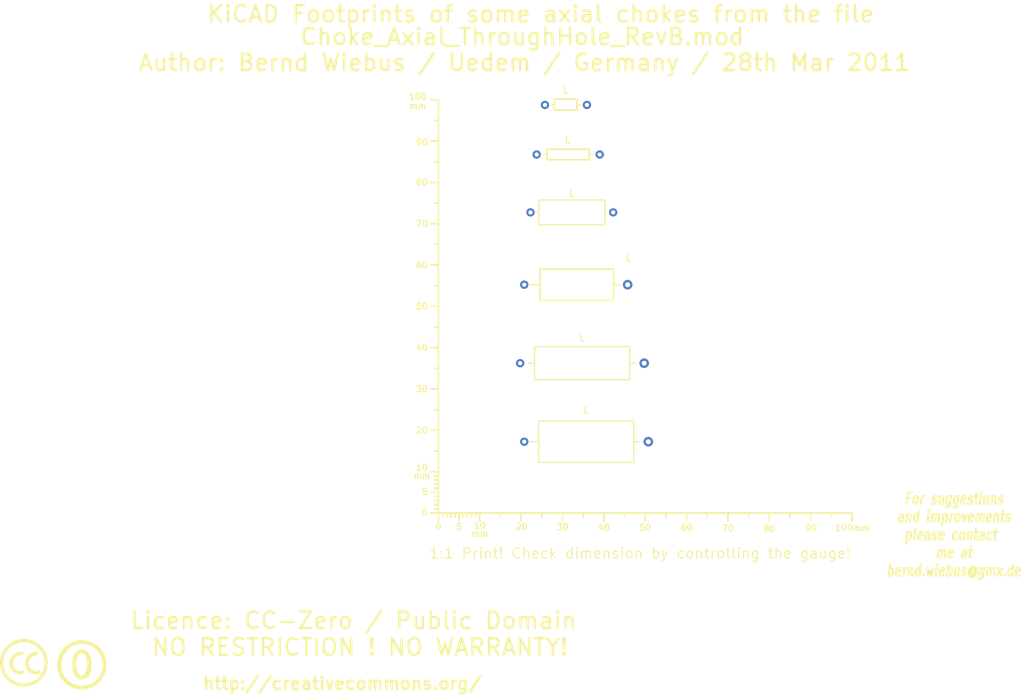
<source format=kicad_pcb>
(kicad_pcb (version 3) (host pcbnew "(2013-03-30 BZR 4007)-stable")

  (general
    (links 0)
    (no_connects 0)
    (area -5.40696 16.80049 274.02378 187.1694)
    (thickness 1.6002)
    (drawings 7)
    (tracks 0)
    (zones 0)
    (modules 9)
    (nets 1)
  )

  (page A4)
  (layers
    (15 Vorderseite signal)
    (0 Rückseite signal)
    (16 B.Adhes user)
    (17 F.Adhes user)
    (18 B.Paste user)
    (19 F.Paste user)
    (20 B.SilkS user)
    (21 F.SilkS user)
    (22 B.Mask user)
    (23 F.Mask user)
    (24 Dwgs.User user)
    (25 Cmts.User user)
    (26 Eco1.User user)
    (27 Eco2.User user)
    (28 Edge.Cuts user)
  )

  (setup
    (last_trace_width 0.2032)
    (trace_clearance 0.254)
    (zone_clearance 0.508)
    (zone_45_only no)
    (trace_min 0.2032)
    (segment_width 0.381)
    (edge_width 0.381)
    (via_size 0.889)
    (via_drill 0.635)
    (via_min_size 0.889)
    (via_min_drill 0.508)
    (uvia_size 0.508)
    (uvia_drill 0.127)
    (uvias_allowed no)
    (uvia_min_size 0.508)
    (uvia_min_drill 0.127)
    (pcb_text_width 0.3048)
    (pcb_text_size 1.524 2.032)
    (mod_edge_width 0.381)
    (mod_text_size 1.524 1.524)
    (mod_text_width 0.3048)
    (pad_size 1.524 1.524)
    (pad_drill 0.8128)
    (pad_to_mask_clearance 0.254)
    (aux_axis_origin 0 0)
    (visible_elements 7FFFFFFF)
    (pcbplotparams
      (layerselection 3178497)
      (usegerberextensions true)
      (excludeedgelayer true)
      (linewidth 60)
      (plotframeref false)
      (viasonmask false)
      (mode 1)
      (useauxorigin false)
      (hpglpennumber 1)
      (hpglpenspeed 20)
      (hpglpendiameter 15)
      (hpglpenoverlay 0)
      (psnegative false)
      (psa4output false)
      (plotreference true)
      (plotvalue true)
      (plotothertext true)
      (plotinvisibletext false)
      (padsonsilk false)
      (subtractmaskfromsilk false)
      (outputformat 1)
      (mirror false)
      (drillshape 1)
      (scaleselection 1)
      (outputdirectory ""))
  )

  (net 0 "")

  (net_class Default "Dies ist die voreingestellte Netzklasse."
    (clearance 0.254)
    (trace_width 0.2032)
    (via_dia 0.889)
    (via_drill 0.635)
    (uvia_dia 0.508)
    (uvia_drill 0.127)
    (add_net "")
  )

  (module Gauge_100mm_Type2_SilkScreenTop_RevA_Date22Jun2010 (layer Vorderseite) (tedit 4D963937) (tstamp 4D88F07A)
    (at 132.75056 141.2494)
    (descr "Gauge, Massstab, 100mm, SilkScreenTop, Type 2,")
    (tags "Gauge, Massstab, 100mm, SilkScreenTop, Type 2,")
    (path Gauge_100mm_Type2_SilkScreenTop_RevA_Date22Jun2010)
    (fp_text reference MSC (at 4.0005 8.99922) (layer F.SilkS) hide
      (effects (font (size 1.524 1.524) (thickness 0.3048)))
    )
    (fp_text value Gauge_100mm_Type2_SilkScreenTop_RevA_Date22Jun2010 (at 45.9994 8.99922) (layer F.SilkS) hide
      (effects (font (size 1.524 1.524) (thickness 0.3048)))
    )
    (fp_text user mm (at 9.99998 5.00126) (layer F.SilkS)
      (effects (font (size 1.524 1.524) (thickness 0.3048)))
    )
    (fp_text user mm (at -4.0005 -8.99922) (layer F.SilkS)
      (effects (font (size 1.524 1.524) (thickness 0.3048)))
    )
    (fp_text user mm (at -5.00126 -98.5012) (layer F.SilkS)
      (effects (font (size 1.524 1.524) (thickness 0.3048)))
    )
    (fp_text user 10 (at 10.00506 3.0988) (layer F.SilkS)
      (effects (font (size 1.50114 1.50114) (thickness 0.29972)))
    )
    (fp_text user 0 (at 0.00508 3.19786) (layer F.SilkS)
      (effects (font (size 1.39954 1.50114) (thickness 0.29972)))
    )
    (fp_text user 5 (at 5.0038 3.29946) (layer F.SilkS)
      (effects (font (size 1.50114 1.50114) (thickness 0.29972)))
    )
    (fp_text user 20 (at 20.1041 3.29946) (layer F.SilkS)
      (effects (font (size 1.50114 1.50114) (thickness 0.29972)))
    )
    (fp_text user 30 (at 30.00502 3.39852) (layer F.SilkS)
      (effects (font (size 1.50114 1.50114) (thickness 0.29972)))
    )
    (fp_text user 40 (at 40.005 3.50012) (layer F.SilkS)
      (effects (font (size 1.50114 1.50114) (thickness 0.29972)))
    )
    (fp_text user 50 (at 50.00498 3.50012) (layer F.SilkS)
      (effects (font (size 1.50114 1.50114) (thickness 0.29972)))
    )
    (fp_text user 60 (at 60.00496 3.50012) (layer F.SilkS)
      (effects (font (size 1.50114 1.50114) (thickness 0.29972)))
    )
    (fp_text user 70 (at 70.00494 3.70078) (layer F.SilkS)
      (effects (font (size 1.50114 1.50114) (thickness 0.29972)))
    )
    (fp_text user 80 (at 80.00492 3.79984) (layer F.SilkS)
      (effects (font (size 1.50114 1.50114) (thickness 0.29972)))
    )
    (fp_text user 90 (at 90.1065 3.60172) (layer F.SilkS)
      (effects (font (size 1.50114 1.50114) (thickness 0.29972)))
    )
    (fp_text user 100mm (at 100.10648 3.60172) (layer F.SilkS)
      (effects (font (size 1.50114 1.50114) (thickness 0.29972)))
    )
    (fp_line (start 0 -8.99922) (end -1.00076 -8.99922) (layer F.SilkS) (width 0.381))
    (fp_line (start 0 -8.001) (end -1.00076 -8.001) (layer F.SilkS) (width 0.381))
    (fp_line (start 0 -7.00024) (end -1.00076 -7.00024) (layer F.SilkS) (width 0.381))
    (fp_line (start 0 -5.99948) (end -1.00076 -5.99948) (layer F.SilkS) (width 0.381))
    (fp_line (start 0 -4.0005) (end -1.00076 -4.0005) (layer F.SilkS) (width 0.381))
    (fp_line (start 0 -2.99974) (end -1.00076 -2.99974) (layer F.SilkS) (width 0.381))
    (fp_line (start 0 -1.99898) (end -1.00076 -1.99898) (layer F.SilkS) (width 0.381))
    (fp_line (start 0 -1.00076) (end -1.00076 -1.00076) (layer F.SilkS) (width 0.381))
    (fp_line (start 0 0) (end -1.99898 0) (layer F.SilkS) (width 0.381))
    (fp_line (start 0 -5.00126) (end -1.99898 -5.00126) (layer F.SilkS) (width 0.381))
    (fp_line (start 0 -9.99998) (end -1.99898 -9.99998) (layer F.SilkS) (width 0.381))
    (fp_line (start 0 -15.00124) (end -1.00076 -15.00124) (layer F.SilkS) (width 0.381))
    (fp_line (start 0 -19.99996) (end -1.99898 -19.99996) (layer F.SilkS) (width 0.381))
    (fp_line (start 0 -25.00122) (end -1.00076 -25.00122) (layer F.SilkS) (width 0.381))
    (fp_line (start 0 -29.99994) (end -1.99898 -29.99994) (layer F.SilkS) (width 0.381))
    (fp_line (start 0 -35.0012) (end -1.00076 -35.0012) (layer F.SilkS) (width 0.381))
    (fp_line (start 0 -39.99992) (end -1.99898 -39.99992) (layer F.SilkS) (width 0.381))
    (fp_line (start 0 -45.00118) (end -1.00076 -45.00118) (layer F.SilkS) (width 0.381))
    (fp_line (start 0 -49.9999) (end -1.99898 -49.9999) (layer F.SilkS) (width 0.381))
    (fp_line (start 0 -55.00116) (end -1.00076 -55.00116) (layer F.SilkS) (width 0.381))
    (fp_line (start 0 -59.99988) (end -1.99898 -59.99988) (layer F.SilkS) (width 0.381))
    (fp_line (start 0 -65.00114) (end -1.00076 -65.00114) (layer F.SilkS) (width 0.381))
    (fp_line (start 0 -69.99986) (end -1.99898 -69.99986) (layer F.SilkS) (width 0.381))
    (fp_line (start 0 -75.00112) (end -1.00076 -75.00112) (layer F.SilkS) (width 0.381))
    (fp_line (start 0 -79.99984) (end -1.99898 -79.99984) (layer F.SilkS) (width 0.381))
    (fp_line (start 0 -85.0011) (end -1.00076 -85.0011) (layer F.SilkS) (width 0.381))
    (fp_line (start 0 -89.99982) (end -1.99898 -89.99982) (layer F.SilkS) (width 0.381))
    (fp_line (start 0 -95.00108) (end -1.00076 -95.00108) (layer F.SilkS) (width 0.381))
    (fp_line (start 0 0) (end 0 -99.9998) (layer F.SilkS) (width 0.381))
    (fp_line (start 0 -99.9998) (end -1.99898 -99.9998) (layer F.SilkS) (width 0.381))
    (fp_text user 100 (at -4.99872 -100.7491) (layer F.SilkS)
      (effects (font (size 1.50114 1.50114) (thickness 0.29972)))
    )
    (fp_text user 90 (at -4.0005 -89.7509) (layer F.SilkS)
      (effects (font (size 1.50114 1.50114) (thickness 0.29972)))
    )
    (fp_text user 80 (at -4.0005 -79.99984) (layer F.SilkS)
      (effects (font (size 1.50114 1.50114) (thickness 0.29972)))
    )
    (fp_text user 70 (at -4.0005 -69.99986) (layer F.SilkS)
      (effects (font (size 1.50114 1.50114) (thickness 0.29972)))
    )
    (fp_text user 60 (at -4.0005 -59.99988) (layer F.SilkS)
      (effects (font (size 1.50114 1.50114) (thickness 0.29972)))
    )
    (fp_text user 50 (at -4.0005 -49.9999) (layer F.SilkS)
      (effects (font (size 1.50114 1.50114) (thickness 0.34036)))
    )
    (fp_text user 40 (at -4.0005 -39.99992) (layer F.SilkS)
      (effects (font (size 1.50114 1.50114) (thickness 0.29972)))
    )
    (fp_text user 30 (at -4.0005 -29.99994) (layer F.SilkS)
      (effects (font (size 1.50114 1.50114) (thickness 0.29972)))
    )
    (fp_text user 20 (at -4.0005 -19.99996) (layer F.SilkS)
      (effects (font (size 1.50114 1.50114) (thickness 0.29972)))
    )
    (fp_line (start 95.00108 0) (end 95.00108 1.00076) (layer F.SilkS) (width 0.381))
    (fp_line (start 89.99982 0) (end 89.99982 1.99898) (layer F.SilkS) (width 0.381))
    (fp_line (start 85.0011 0) (end 85.0011 1.00076) (layer F.SilkS) (width 0.381))
    (fp_line (start 79.99984 0) (end 79.99984 1.99898) (layer F.SilkS) (width 0.381))
    (fp_line (start 75.00112 0) (end 75.00112 1.00076) (layer F.SilkS) (width 0.381))
    (fp_line (start 69.99986 0) (end 69.99986 1.99898) (layer F.SilkS) (width 0.381))
    (fp_line (start 65.00114 0) (end 65.00114 1.00076) (layer F.SilkS) (width 0.381))
    (fp_line (start 59.99988 0) (end 59.99988 1.99898) (layer F.SilkS) (width 0.381))
    (fp_line (start 55.00116 0) (end 55.00116 1.00076) (layer F.SilkS) (width 0.381))
    (fp_line (start 49.9999 0) (end 49.9999 1.99898) (layer F.SilkS) (width 0.381))
    (fp_line (start 45.00118 0) (end 45.00118 1.00076) (layer F.SilkS) (width 0.381))
    (fp_line (start 39.99992 0) (end 39.99992 1.99898) (layer F.SilkS) (width 0.381))
    (fp_line (start 35.0012 0) (end 35.0012 1.00076) (layer F.SilkS) (width 0.381))
    (fp_line (start 29.99994 0) (end 29.99994 1.99898) (layer F.SilkS) (width 0.381))
    (fp_line (start 25.00122 0) (end 25.00122 1.00076) (layer F.SilkS) (width 0.381))
    (fp_line (start 19.99996 0) (end 19.99996 1.99898) (layer F.SilkS) (width 0.381))
    (fp_line (start 15.00124 0) (end 15.00124 1.00076) (layer F.SilkS) (width 0.381))
    (fp_line (start 9.99998 0) (end 99.9998 0) (layer F.SilkS) (width 0.381))
    (fp_line (start 99.9998 0) (end 99.9998 1.99898) (layer F.SilkS) (width 0.381))
    (fp_text user 5 (at -3.302 -5.10286) (layer F.SilkS)
      (effects (font (size 1.50114 1.50114) (thickness 0.29972)))
    )
    (fp_text user 0 (at -3.4036 -0.10414) (layer F.SilkS)
      (effects (font (size 1.50114 1.50114) (thickness 0.29972)))
    )
    (fp_text user 10 (at -4.0005 -11.00074) (layer F.SilkS)
      (effects (font (size 1.50114 1.50114) (thickness 0.29972)))
    )
    (fp_line (start 8.99922 0) (end 8.99922 1.00076) (layer F.SilkS) (width 0.381))
    (fp_line (start 8.001 0) (end 8.001 1.00076) (layer F.SilkS) (width 0.381))
    (fp_line (start 7.00024 0) (end 7.00024 1.00076) (layer F.SilkS) (width 0.381))
    (fp_line (start 5.99948 0) (end 5.99948 1.00076) (layer F.SilkS) (width 0.381))
    (fp_line (start 4.0005 0) (end 4.0005 1.00076) (layer F.SilkS) (width 0.381))
    (fp_line (start 2.99974 0) (end 2.99974 1.00076) (layer F.SilkS) (width 0.381))
    (fp_line (start 1.99898 0) (end 1.99898 1.00076) (layer F.SilkS) (width 0.381))
    (fp_line (start 1.00076 0) (end 1.00076 1.00076) (layer F.SilkS) (width 0.381))
    (fp_line (start 5.00126 0) (end 5.00126 1.99898) (layer F.SilkS) (width 0.381))
    (fp_line (start 0 0) (end 0 1.99898) (layer F.SilkS) (width 0.381))
    (fp_line (start 0 0) (end 9.99998 0) (layer F.SilkS) (width 0.381))
    (fp_line (start 9.99998 0) (end 9.99998 1.99898) (layer F.SilkS) (width 0.381))
  )

  (module Symbol_CC-PublicDomain_SilkScreenTop_Big (layer Vorderseite) (tedit 515D641F) (tstamp 515F0B64)
    (at 46.5 178)
    (descr "Symbol, CC-PublicDomain, SilkScreen Top, Big,")
    (tags "Symbol, CC-PublicDomain, SilkScreen Top, Big,")
    (path Symbol_CC-Noncommercial_CopperTop_Big)
    (fp_text reference Sym (at 0.59944 -7.29996) (layer F.SilkS) hide
      (effects (font (size 1.524 1.524) (thickness 0.3048)))
    )
    (fp_text value Symbol_CC-PublicDomain_SilkScreenTop_Big (at 0.59944 8.001) (layer F.SilkS) hide
      (effects (font (size 1.524 1.524) (thickness 0.3048)))
    )
    (fp_circle (center 0 0) (end 5.8 -0.05) (layer F.SilkS) (width 0.381))
    (fp_circle (center 0 0) (end 5.5 0) (layer F.SilkS) (width 0.381))
    (fp_circle (center 0.05 0) (end 5.25 0) (layer F.SilkS) (width 0.381))
    (fp_line (start 1.1 -2.5) (end 1.4 -1.9) (layer F.SilkS) (width 0.381))
    (fp_line (start -1.8 1.2) (end -1.6 1.9) (layer F.SilkS) (width 0.381))
    (fp_line (start -1.6 1.9) (end -1.2 2.5) (layer F.SilkS) (width 0.381))
    (fp_line (start 0 -3) (end 0.75 -2.75) (layer F.SilkS) (width 0.381))
    (fp_line (start 0.75 -2.75) (end 1 -2.25) (layer F.SilkS) (width 0.381))
    (fp_line (start 1 -2.25) (end 1.5 -1) (layer F.SilkS) (width 0.381))
    (fp_line (start 1.5 -1) (end 1.5 -0.5) (layer F.SilkS) (width 0.381))
    (fp_line (start 1.5 -0.5) (end 1.5 0.5) (layer F.SilkS) (width 0.381))
    (fp_line (start 1.5 0.5) (end 1.25 1.5) (layer F.SilkS) (width 0.381))
    (fp_line (start 1.25 1.5) (end 0.75 2.5) (layer F.SilkS) (width 0.381))
    (fp_line (start 0.75 2.5) (end 0.25 2.75) (layer F.SilkS) (width 0.381))
    (fp_line (start 0.25 2.75) (end -0.25 2.75) (layer F.SilkS) (width 0.381))
    (fp_line (start -0.25 2.75) (end -0.75 2.5) (layer F.SilkS) (width 0.381))
    (fp_line (start -0.75 2.5) (end -1.25 1.75) (layer F.SilkS) (width 0.381))
    (fp_line (start -1.25 1.75) (end -1.5 0.75) (layer F.SilkS) (width 0.381))
    (fp_line (start -1.5 0.75) (end -1.5 -0.75) (layer F.SilkS) (width 0.381))
    (fp_line (start -1.5 -0.75) (end -1.25 -1.75) (layer F.SilkS) (width 0.381))
    (fp_line (start -1.25 -1.75) (end -1 -2.5) (layer F.SilkS) (width 0.381))
    (fp_line (start -1 -2.5) (end -0.3 -2.9) (layer F.SilkS) (width 0.381))
    (fp_line (start -0.3 -2.9) (end 0.2 -3) (layer F.SilkS) (width 0.381))
    (fp_line (start 0.2 -3) (end 0.8 -3) (layer F.SilkS) (width 0.381))
    (fp_line (start 0.8 -3) (end 1.4 -2.3) (layer F.SilkS) (width 0.381))
    (fp_line (start 1.4 -2.3) (end 1.6 -1.4) (layer F.SilkS) (width 0.381))
    (fp_line (start 1.6 -1.4) (end 1.7 -0.3) (layer F.SilkS) (width 0.381))
    (fp_line (start 1.7 -0.3) (end 1.7 0.9) (layer F.SilkS) (width 0.381))
    (fp_line (start 1.7 0.9) (end 1.4 1.8) (layer F.SilkS) (width 0.381))
    (fp_line (start 1.4 1.8) (end 1 2.7) (layer F.SilkS) (width 0.381))
    (fp_line (start 1 2.7) (end 0.5 3) (layer F.SilkS) (width 0.381))
    (fp_line (start 0.5 3) (end -0.4 3) (layer F.SilkS) (width 0.381))
    (fp_line (start -0.4 3) (end -1.3 2.3) (layer F.SilkS) (width 0.381))
    (fp_line (start -1.3 2.3) (end -1.7 1) (layer F.SilkS) (width 0.381))
    (fp_line (start -1.7 1) (end -1.8 -0.7) (layer F.SilkS) (width 0.381))
    (fp_line (start -1.8 -0.7) (end -1.4 -2.2) (layer F.SilkS) (width 0.381))
    (fp_line (start -1.4 -2.2) (end -1 -2.9) (layer F.SilkS) (width 0.381))
    (fp_line (start -1 -2.9) (end -0.2 -3.3) (layer F.SilkS) (width 0.381))
    (fp_line (start -0.2 -3.3) (end 0.7 -3.2) (layer F.SilkS) (width 0.381))
    (fp_line (start 0.7 -3.2) (end 1.3 -3.1) (layer F.SilkS) (width 0.381))
    (fp_line (start 1.3 -3.1) (end 1.7 -2.4) (layer F.SilkS) (width 0.381))
    (fp_line (start 1.7 -2.4) (end 2 -1.6) (layer F.SilkS) (width 0.381))
    (fp_line (start 2 -1.6) (end 2.1 -0.6) (layer F.SilkS) (width 0.381))
    (fp_line (start 2.1 -0.6) (end 2.1 0.3) (layer F.SilkS) (width 0.381))
    (fp_line (start 2.1 0.3) (end 2.1 1.3) (layer F.SilkS) (width 0.381))
    (fp_line (start 2.1 1.3) (end 1.9 1.8) (layer F.SilkS) (width 0.381))
    (fp_line (start 1.9 1.8) (end 1.5 2.6) (layer F.SilkS) (width 0.381))
    (fp_line (start 1.5 2.6) (end 1.1 3) (layer F.SilkS) (width 0.381))
    (fp_line (start 1.1 3) (end 0.4 3.3) (layer F.SilkS) (width 0.381))
    (fp_line (start 0.4 3.3) (end -0.1 3.4) (layer F.SilkS) (width 0.381))
    (fp_line (start -0.1 3.4) (end -0.8 3.2) (layer F.SilkS) (width 0.381))
    (fp_line (start -0.8 3.2) (end -1.5 2.6) (layer F.SilkS) (width 0.381))
    (fp_line (start -1.5 2.6) (end -1.9 1.7) (layer F.SilkS) (width 0.381))
    (fp_line (start -1.9 1.7) (end -2.1 0.4) (layer F.SilkS) (width 0.381))
    (fp_line (start -2.1 0.4) (end -2.1 -0.6) (layer F.SilkS) (width 0.381))
    (fp_line (start -2.1 -0.6) (end -2 -1.6) (layer F.SilkS) (width 0.381))
    (fp_line (start -2 -1.6) (end -1.7 -2.4) (layer F.SilkS) (width 0.381))
    (fp_line (start -1.7 -2.4) (end -1.2 -3.1) (layer F.SilkS) (width 0.381))
    (fp_line (start -1.2 -3.1) (end -0.4 -3.6) (layer F.SilkS) (width 0.381))
    (fp_line (start -0.4 -3.6) (end 0.4 -3.6) (layer F.SilkS) (width 0.381))
    (fp_line (start 0.4 -3.6) (end 1.1 -3.2) (layer F.SilkS) (width 0.381))
    (fp_line (start 1.1 -3.2) (end 1.1 -2.9) (layer F.SilkS) (width 0.381))
    (fp_line (start 1.1 -2.9) (end 1.8 -1.5) (layer F.SilkS) (width 0.381))
    (fp_line (start 1.8 -1.5) (end 1.8 -0.4) (layer F.SilkS) (width 0.381))
    (fp_line (start 1.8 -0.4) (end 1.8 1.1) (layer F.SilkS) (width 0.381))
    (fp_line (start 1.8 1.1) (end 1.2 2.6) (layer F.SilkS) (width 0.381))
    (fp_line (start 1.2 2.6) (end 0.2 3.2) (layer F.SilkS) (width 0.381))
    (fp_line (start 0.2 3.2) (end -0.5 3.2) (layer F.SilkS) (width 0.381))
    (fp_line (start -0.5 3.2) (end -1.1 2.7) (layer F.SilkS) (width 0.381))
    (fp_line (start -1.1 2.7) (end -1.9 0.6) (layer F.SilkS) (width 0.381))
    (fp_line (start -1.9 0.6) (end -1.7 -1.9) (layer F.SilkS) (width 0.381))
  )

  (module Symbol_CreativeCommons_SilkScreenTop_Type2_Big (layer Vorderseite) (tedit 515D640C) (tstamp 515F46B2)
    (at 32.5 177.5)
    (descr "Symbol, Creative Commons, SilkScreen Top, Type 2, Big,")
    (tags "Symbol, Creative Commons, SilkScreen Top, Type 2, Big,")
    (path Symbol_CreativeCommons_CopperTop_Type2_Big)
    (fp_text reference Sym (at 0.59944 -7.29996) (layer F.SilkS) hide
      (effects (font (size 1.524 1.524) (thickness 0.3048)))
    )
    (fp_text value Symbol_CreativeCommons_Typ2_SilkScreenTop_Big (at 0.59944 8.001) (layer F.SilkS) hide
      (effects (font (size 1.524 1.524) (thickness 0.3048)))
    )
    (fp_line (start -0.70104 2.70002) (end -0.29972 2.60096) (layer F.SilkS) (width 0.381))
    (fp_line (start -0.29972 2.60096) (end -0.20066 2.10058) (layer F.SilkS) (width 0.381))
    (fp_line (start -2.49936 -1.69926) (end -2.70002 -1.6002) (layer F.SilkS) (width 0.381))
    (fp_line (start -2.70002 -1.6002) (end -3.0988 -1.00076) (layer F.SilkS) (width 0.381))
    (fp_line (start -3.0988 -1.00076) (end -3.29946 -0.50038) (layer F.SilkS) (width 0.381))
    (fp_line (start -3.29946 -0.50038) (end -3.40106 0.39878) (layer F.SilkS) (width 0.381))
    (fp_line (start -3.40106 0.39878) (end -3.29946 0.89916) (layer F.SilkS) (width 0.381))
    (fp_line (start -0.19812 2.4003) (end -0.29718 2.59842) (layer F.SilkS) (width 0.381))
    (fp_line (start 3.70078 2.10058) (end 3.79984 2.4003) (layer F.SilkS) (width 0.381))
    (fp_line (start 2.99974 -2.4003) (end 3.29946 -2.30124) (layer F.SilkS) (width 0.381))
    (fp_line (start 3.29946 -2.30124) (end 3.0988 -1.99898) (layer F.SilkS) (width 0.381))
    (fp_line (start 0 -5.40004) (end -0.50038 -5.40004) (layer F.SilkS) (width 0.381))
    (fp_line (start -0.50038 -5.40004) (end -1.30048 -5.10032) (layer F.SilkS) (width 0.381))
    (fp_line (start -1.30048 -5.10032) (end -1.99898 -4.89966) (layer F.SilkS) (width 0.381))
    (fp_line (start -1.99898 -4.89966) (end -2.70002 -4.699) (layer F.SilkS) (width 0.381))
    (fp_line (start -2.70002 -4.699) (end -3.29946 -4.20116) (layer F.SilkS) (width 0.381))
    (fp_line (start -3.29946 -4.20116) (end -4.0005 -3.59918) (layer F.SilkS) (width 0.381))
    (fp_line (start -4.0005 -3.59918) (end -4.50088 -2.99974) (layer F.SilkS) (width 0.381))
    (fp_line (start -4.50088 -2.99974) (end -5.00126 -2.10058) (layer F.SilkS) (width 0.381))
    (fp_line (start -5.00126 -2.10058) (end -5.30098 -1.09982) (layer F.SilkS) (width 0.381))
    (fp_line (start -5.30098 -1.09982) (end -5.40004 0.09906) (layer F.SilkS) (width 0.381))
    (fp_line (start -5.40004 0.09906) (end -5.19938 1.30048) (layer F.SilkS) (width 0.381))
    (fp_line (start -5.19938 1.30048) (end -4.8006 2.4003) (layer F.SilkS) (width 0.381))
    (fp_line (start -4.8006 2.4003) (end -3.79984 3.8989) (layer F.SilkS) (width 0.381))
    (fp_line (start -3.79984 3.8989) (end -2.60096 4.8006) (layer F.SilkS) (width 0.381))
    (fp_line (start -2.60096 4.8006) (end -1.30048 5.30098) (layer F.SilkS) (width 0.381))
    (fp_line (start -1.30048 5.30098) (end 0.09906 5.30098) (layer F.SilkS) (width 0.381))
    (fp_line (start 0.09906 5.30098) (end 1.6002 5.19938) (layer F.SilkS) (width 0.381))
    (fp_line (start 1.6002 5.19938) (end 2.60096 4.699) (layer F.SilkS) (width 0.381))
    (fp_line (start 2.60096 4.699) (end 4.20116 3.40106) (layer F.SilkS) (width 0.381))
    (fp_line (start 4.20116 3.40106) (end 5.00126 1.80086) (layer F.SilkS) (width 0.381))
    (fp_line (start 5.00126 1.80086) (end 5.40004 0.29972) (layer F.SilkS) (width 0.381))
    (fp_line (start 5.40004 0.29972) (end 5.19938 -1.39954) (layer F.SilkS) (width 0.381))
    (fp_line (start 5.19938 -1.39954) (end 4.699 -2.49936) (layer F.SilkS) (width 0.381))
    (fp_line (start 4.699 -2.49936) (end 3.40106 -4.09956) (layer F.SilkS) (width 0.381))
    (fp_line (start 3.40106 -4.09956) (end 2.4003 -4.8006) (layer F.SilkS) (width 0.381))
    (fp_line (start 2.4003 -4.8006) (end 1.39954 -5.19938) (layer F.SilkS) (width 0.381))
    (fp_line (start 1.39954 -5.19938) (end 0 -5.30098) (layer F.SilkS) (width 0.381))
    (fp_line (start 0.60198 -0.70104) (end 0.50292 -0.20066) (layer F.SilkS) (width 0.381))
    (fp_line (start 0.50292 -0.20066) (end 0.50292 0.49784) (layer F.SilkS) (width 0.381))
    (fp_line (start 0.50292 0.49784) (end 0.60198 1.09982) (layer F.SilkS) (width 0.381))
    (fp_line (start 0.60198 1.09982) (end 1.00076 1.69926) (layer F.SilkS) (width 0.381))
    (fp_line (start 1.00076 1.69926) (end 1.50114 2.19964) (layer F.SilkS) (width 0.381))
    (fp_line (start 1.50114 2.19964) (end 2.10058 2.49936) (layer F.SilkS) (width 0.381))
    (fp_line (start 2.10058 2.49936) (end 2.60096 2.59842) (layer F.SilkS) (width 0.381))
    (fp_line (start 2.60096 2.59842) (end 3.00228 2.59842) (layer F.SilkS) (width 0.381))
    (fp_line (start 3.00228 2.59842) (end 3.40106 2.59842) (layer F.SilkS) (width 0.381))
    (fp_line (start 3.40106 2.59842) (end 3.80238 2.49936) (layer F.SilkS) (width 0.381))
    (fp_line (start 3.80238 2.49936) (end 3.70078 2.2987) (layer F.SilkS) (width 0.381))
    (fp_line (start 3.70078 2.2987) (end 2.80162 2.4003) (layer F.SilkS) (width 0.381))
    (fp_line (start 2.80162 2.4003) (end 1.80086 2.09804) (layer F.SilkS) (width 0.381))
    (fp_line (start 1.80086 2.09804) (end 1.20142 1.6002) (layer F.SilkS) (width 0.381))
    (fp_line (start 1.20142 1.6002) (end 0.80264 0.6985) (layer F.SilkS) (width 0.381))
    (fp_line (start 0.80264 0.6985) (end 0.70104 -0.29972) (layer F.SilkS) (width 0.381))
    (fp_line (start 0.70104 -0.29972) (end 1.00076 -1.00076) (layer F.SilkS) (width 0.381))
    (fp_line (start 1.00076 -1.00076) (end 1.60274 -1.7018) (layer F.SilkS) (width 0.381))
    (fp_line (start 1.60274 -1.7018) (end 2.30124 -2.10058) (layer F.SilkS) (width 0.381))
    (fp_line (start 2.30124 -2.10058) (end 3.00228 -2.10058) (layer F.SilkS) (width 0.381))
    (fp_line (start 3.00228 -2.10058) (end 3.10134 -1.89992) (layer F.SilkS) (width 0.381))
    (fp_line (start 3.10134 -1.89992) (end 2.5019 -1.89992) (layer F.SilkS) (width 0.381))
    (fp_line (start 2.5019 -1.89992) (end 1.80086 -1.6002) (layer F.SilkS) (width 0.381))
    (fp_line (start 1.80086 -1.6002) (end 1.30048 -1.00076) (layer F.SilkS) (width 0.381))
    (fp_line (start 1.30048 -1.00076) (end 1.00076 -0.40132) (layer F.SilkS) (width 0.381))
    (fp_line (start 1.00076 -0.40132) (end 1.00076 0.09906) (layer F.SilkS) (width 0.381))
    (fp_line (start 1.00076 0.09906) (end 1.00076 0.6985) (layer F.SilkS) (width 0.381))
    (fp_line (start 1.00076 0.6985) (end 1.30048 1.19888) (layer F.SilkS) (width 0.381))
    (fp_line (start 1.30048 1.19888) (end 1.7018 1.69926) (layer F.SilkS) (width 0.381))
    (fp_line (start 1.7018 1.69926) (end 2.30124 1.99898) (layer F.SilkS) (width 0.381))
    (fp_line (start 2.30124 1.99898) (end 2.90068 2.09804) (layer F.SilkS) (width 0.381))
    (fp_line (start 2.90068 2.09804) (end 3.40106 2.09804) (layer F.SilkS) (width 0.381))
    (fp_line (start 3.40106 2.09804) (end 3.70078 1.99898) (layer F.SilkS) (width 0.381))
    (fp_line (start 3.00228 -2.4003) (end 2.40284 -2.4003) (layer F.SilkS) (width 0.381))
    (fp_line (start 2.40284 -2.4003) (end 2.00152 -2.20218) (layer F.SilkS) (width 0.381))
    (fp_line (start 2.00152 -2.20218) (end 1.50114 -2.00152) (layer F.SilkS) (width 0.381))
    (fp_line (start 1.50114 -2.00152) (end 1.10236 -1.6002) (layer F.SilkS) (width 0.381))
    (fp_line (start 1.10236 -1.6002) (end 0.80264 -1.09982) (layer F.SilkS) (width 0.381))
    (fp_line (start 0.80264 -1.09982) (end 0.60198 -0.70104) (layer F.SilkS) (width 0.381))
    (fp_line (start -0.39878 -1.99898) (end -0.89916 -1.99898) (layer F.SilkS) (width 0.381))
    (fp_line (start -0.89916 -1.99898) (end -1.39954 -1.89738) (layer F.SilkS) (width 0.381))
    (fp_line (start -1.39954 -1.89738) (end -1.89992 -1.59766) (layer F.SilkS) (width 0.381))
    (fp_line (start -1.89992 -1.59766) (end -2.4003 -1.19888) (layer F.SilkS) (width 0.381))
    (fp_line (start -2.4003 -1.30048) (end -2.70002 -0.8001) (layer F.SilkS) (width 0.381))
    (fp_line (start -2.70002 -0.8001) (end -2.79908 -0.29972) (layer F.SilkS) (width 0.381))
    (fp_line (start -2.79908 -0.29972) (end -2.79908 0.20066) (layer F.SilkS) (width 0.381))
    (fp_line (start -2.79908 0.20066) (end -2.59842 1.00076) (layer F.SilkS) (width 0.381))
    (fp_line (start -2.69748 1.00076) (end -2.39776 1.39954) (layer F.SilkS) (width 0.381))
    (fp_line (start -2.29616 1.4986) (end -1.79578 1.89992) (layer F.SilkS) (width 0.381))
    (fp_line (start -1.79578 1.89992) (end -1.29794 2.09804) (layer F.SilkS) (width 0.381))
    (fp_line (start -1.29794 2.09804) (end -0.89662 2.19964) (layer F.SilkS) (width 0.381))
    (fp_line (start -0.89662 2.19964) (end -0.49784 2.19964) (layer F.SilkS) (width 0.381))
    (fp_line (start -0.49784 2.19964) (end -0.19812 2.09804) (layer F.SilkS) (width 0.381))
    (fp_line (start -0.19812 2.09804) (end -0.29718 2.4003) (layer F.SilkS) (width 0.381))
    (fp_line (start -0.29718 2.4003) (end -0.89662 2.49936) (layer F.SilkS) (width 0.381))
    (fp_line (start -0.89662 2.49936) (end -1.59766 2.2987) (layer F.SilkS) (width 0.381))
    (fp_line (start -1.59766 2.2987) (end -2.29616 1.79832) (layer F.SilkS) (width 0.381))
    (fp_line (start -2.29616 1.79832) (end -2.79654 1.29794) (layer F.SilkS) (width 0.381))
    (fp_line (start -2.79908 1.39954) (end -2.99974 0.70104) (layer F.SilkS) (width 0.381))
    (fp_line (start -2.99974 0.70104) (end -3.0988 0) (layer F.SilkS) (width 0.381))
    (fp_line (start -3.0988 0) (end -2.99974 -0.59944) (layer F.SilkS) (width 0.381))
    (fp_line (start -2.99974 -0.8001) (end -2.70002 -1.30048) (layer F.SilkS) (width 0.381))
    (fp_line (start -2.70002 -1.09982) (end -2.19964 -1.6002) (layer F.SilkS) (width 0.381))
    (fp_line (start -2.19964 -1.69926) (end -1.69926 -1.99898) (layer F.SilkS) (width 0.381))
    (fp_line (start -1.69926 -1.99898) (end -1.19888 -2.19964) (layer F.SilkS) (width 0.381))
    (fp_line (start -1.19888 -2.19964) (end -0.6985 -2.19964) (layer F.SilkS) (width 0.381))
    (fp_line (start -0.6985 -2.19964) (end -0.29972 -2.19964) (layer F.SilkS) (width 0.381))
    (fp_line (start -0.29972 -2.19964) (end -0.20066 -2.39776) (layer F.SilkS) (width 0.381))
    (fp_line (start -0.20066 -2.39776) (end -0.59944 -2.49936) (layer F.SilkS) (width 0.381))
    (fp_line (start -0.59944 -2.49936) (end -1.00076 -2.49936) (layer F.SilkS) (width 0.381))
    (fp_line (start -1.00076 -2.49936) (end -1.4986 -2.39776) (layer F.SilkS) (width 0.381))
    (fp_line (start -1.4986 -2.39776) (end -2.10058 -2.09804) (layer F.SilkS) (width 0.381))
    (fp_line (start -2.10058 -2.09804) (end -2.59842 -1.69926) (layer F.SilkS) (width 0.381))
    (fp_line (start -2.59842 -1.6002) (end -3.0988 -0.89916) (layer F.SilkS) (width 0.381))
    (fp_line (start -3.0988 -0.89916) (end -3.29946 -0.29972) (layer F.SilkS) (width 0.381))
    (fp_line (start -3.29946 -0.29972) (end -3.29946 0.40132) (layer F.SilkS) (width 0.381))
    (fp_line (start -3.29946 0.40132) (end -3.2004 1.00076) (layer F.SilkS) (width 0.381))
    (fp_line (start -3.29946 0.8001) (end -2.99974 1.39954) (layer F.SilkS) (width 0.381))
    (fp_line (start -2.89814 1.4986) (end -2.49682 1.99898) (layer F.SilkS) (width 0.381))
    (fp_line (start -2.49682 1.99898) (end -1.89738 2.4003) (layer F.SilkS) (width 0.381))
    (fp_line (start -1.89738 2.4003) (end -1.19634 2.59842) (layer F.SilkS) (width 0.381))
    (fp_line (start -1.19634 2.59842) (end -0.69596 2.70002) (layer F.SilkS) (width 0.381))
    (fp_line (start -2.9972 1.19888) (end -2.59842 1.19888) (layer F.SilkS) (width 0.381))
    (fp_circle (center 0 0) (end 5.08 1.016) (layer F.SilkS) (width 0.381))
    (fp_circle (center 0 0) (end 5.588 0) (layer F.SilkS) (width 0.381))
  )

  (module Choke_Horizontal_RM10mm_RevB (layer Vorderseite) (tedit 4D90CBE2) (tstamp 515D6545)
    (at 163.5 42.5)
    (descr "Choke, Axial, 10mm")
    (tags "Choke, Axial, 10mm")
    (path Choke_Horizontal_RM10mm)
    (fp_text reference L (at 0 -3.50012) (layer F.SilkS)
      (effects (font (size 1.524 1.524) (thickness 0.3048)))
    )
    (fp_text value Choke_Horizontal_RM10mm_RevB (at 0 4.0005) (layer F.SilkS) hide
      (effects (font (size 1.50114 1.50114) (thickness 0.20066)))
    )
    (fp_line (start -2.71526 0) (end -3.47726 0) (layer F.SilkS) (width 0.381))
    (fp_line (start 2.74574 0) (end 3.63474 0) (layer F.SilkS) (width 0.381))
    (fp_line (start -2.71526 1.27) (end -2.71526 -1.397) (layer F.SilkS) (width 0.381))
    (fp_line (start -2.71526 -1.397) (end 2.74574 -1.397) (layer F.SilkS) (width 0.381))
    (fp_line (start 2.74574 -1.397) (end 2.74574 1.27) (layer F.SilkS) (width 0.381))
    (fp_line (start 2.74574 1.27) (end -2.71526 1.27) (layer F.SilkS) (width 0.381))
    (pad 1 thru_hole circle (at -5.00126 0) (size 1.99898 1.99898) (drill 1.00076)
      (layers *.Cu)
    )
    (pad 2 thru_hole circle (at 5.15874 0) (size 1.99898 1.99898) (drill 1.00076)
      (layers *.Cu)
    )
  )

  (module Choke_Horizontal_RM15mm_RevB (layer Vorderseite) (tedit 4D90CB63) (tstamp 515D65B7)
    (at 164 54.5)
    (descr "Choke, Axial, 15mm")
    (tags "Choke, Axial, 15mm")
    (path Choke_Horizontal_RM15mm)
    (fp_text reference L (at 0 -3.50012) (layer F.SilkS)
      (effects (font (size 1.524 1.524) (thickness 0.3048)))
    )
    (fp_text value Choke_Horizontal_RM15mm_RevB (at 0 3.81) (layer F.SilkS) hide
      (effects (font (size 1.50114 1.50114) (thickness 0.20066)))
    )
    (fp_line (start 5.19938 0) (end 6.21538 0) (layer F.SilkS) (width 0.381))
    (fp_line (start -4.96062 0) (end -5.97662 0) (layer F.SilkS) (width 0.381))
    (fp_line (start -4.96062 -1.27) (end 5.19938 -1.27) (layer F.SilkS) (width 0.381))
    (fp_line (start 5.19938 -1.27) (end 5.19938 1.27) (layer F.SilkS) (width 0.381))
    (fp_line (start 5.19938 1.27) (end -4.96062 1.27) (layer F.SilkS) (width 0.381))
    (fp_line (start -4.96062 1.27) (end -4.96062 -1.27) (layer F.SilkS) (width 0.381))
    (pad 1 thru_hole circle (at -7.50062 0) (size 1.99898 1.99898) (drill 1.00076)
      (layers *.Cu)
    )
    (pad 2 thru_hole circle (at 7.73938 0) (size 1.99898 1.99898) (drill 1.00076)
      (layers *.Cu)
    )
  )

  (module Choke_Horizontal_RM20mm_RevB (layer Vorderseite) (tedit 4D90CCAB) (tstamp 515D6629)
    (at 165 68.5)
    (descr "Choke, Axial, 20mm,")
    (tags "Choke, Axial, 20mm,")
    (path Choke_Horizontal_RM20mm)
    (fp_text reference L (at 0 -4.50088) (layer F.SilkS)
      (effects (font (size 1.524 1.524) (thickness 0.3048)))
    )
    (fp_text value Choke_Horizontal_RM20mm_RevB (at 0 5.00126) (layer F.SilkS) hide
      (effects (font (size 1.50114 1.50114) (thickness 0.20066)))
    )
    (fp_line (start 8.001 0) (end 8.49884 0) (layer F.SilkS) (width 0.3048))
    (fp_line (start -8.001 0) (end -8.49884 0) (layer F.SilkS) (width 0.3048))
    (fp_line (start -8.001 -2.99974) (end -8.001 2.99974) (layer F.SilkS) (width 0.3048))
    (fp_line (start -8.001 2.99974) (end 8.001 2.99974) (layer F.SilkS) (width 0.3048))
    (fp_line (start 8.001 2.99974) (end 8.001 -2.99974) (layer F.SilkS) (width 0.3048))
    (fp_line (start 8.001 -2.99974) (end -8.001 -2.99974) (layer F.SilkS) (width 0.3048))
    (pad 1 thru_hole circle (at -9.99998 0) (size 1.99898 1.99898) (drill 1.00076)
      (layers *.Cu)
    )
    (pad 2 thru_hole circle (at 9.99998 0) (size 1.99898 1.99898) (drill 1.00076)
      (layers *.Cu)
    )
  )

  (module Choke_Horizontal_RM25mm_RevB (layer Vorderseite) (tedit 4D90CD1C) (tstamp 515D669B)
    (at 166 86)
    (descr "Choke, Axial, RM 25mm,")
    (tags "Choke, Axial, RM 25mm,")
    (path Choke_Horizontal_RM25mm)
    (fp_text reference L (at 12.7 -6.35) (layer F.SilkS)
      (effects (font (size 1.524 1.524) (thickness 0.3048)))
    )
    (fp_text value Choke_Horizontal_RM25mm_RevB (at 0 5.4991) (layer F.SilkS) hide
      (effects (font (size 1.50114 1.50114) (thickness 0.20066)))
    )
    (fp_line (start -8.94334 0) (end -10.97534 0) (layer F.SilkS) (width 0.381))
    (fp_line (start 9.34466 0) (end 10.86866 0) (layer F.SilkS) (width 0.381))
    (fp_line (start -8.68934 -3.81) (end -8.68934 3.81) (layer F.SilkS) (width 0.381))
    (fp_line (start -8.68934 3.81) (end 9.09066 3.81) (layer F.SilkS) (width 0.381))
    (fp_line (start 9.09066 3.81) (end 9.09066 -3.81) (layer F.SilkS) (width 0.381))
    (fp_line (start 9.09066 -3.81) (end -8.68934 -3.81) (layer F.SilkS) (width 0.381))
    (pad 1 thru_hole circle (at -12.49934 0) (size 1.99898 1.99898) (drill 1.00076)
      (layers *.Cu)
    )
    (pad 2 thru_hole circle (at 12.50188 0) (size 2.30124 2.30124) (drill 1.19888)
      (layers *.Cu)
    )
  )

  (module Choke_Horizontal_RM30mm_Narrow_RevB (layer Vorderseite) (tedit 4D90CF36) (tstamp 515D670F)
    (at 167.5 105)
    (descr "Choke, Axial, RM 30mm, narrow,")
    (tags "Choke, Axial, RM 30mm, narrow,")
    (path Choke_Horizontal_RM30mm_Narrow)
    (fp_text reference L (at 0 -5.99948) (layer F.SilkS)
      (effects (font (size 1.524 1.524) (thickness 0.3048)))
    )
    (fp_text value Choke_Horizontal_RM30mm_Narrow_RevB (at 0 6.49986) (layer F.SilkS) hide
      (effects (font (size 1.50114 1.50114) (thickness 0.20066)))
    )
    (fp_line (start -11.50112 0) (end -12.99972 0) (layer F.SilkS) (width 0.3048))
    (fp_line (start 11.50112 0) (end 12.99972 0) (layer F.SilkS) (width 0.3048))
    (fp_line (start -11.50112 -4.0005) (end 11.50112 -4.0005) (layer F.SilkS) (width 0.3048))
    (fp_line (start 11.50112 -4.0005) (end 11.50112 4.0005) (layer F.SilkS) (width 0.3048))
    (fp_line (start 11.50112 4.0005) (end -11.50112 4.0005) (layer F.SilkS) (width 0.3048))
    (fp_line (start -11.50112 0) (end -11.50112 4.0005) (layer F.SilkS) (width 0.3048))
    (fp_line (start -11.50112 0) (end -11.50112 -4.0005) (layer F.SilkS) (width 0.3048))
    (pad 1 thru_hole circle (at -15.00124 0) (size 1.99898 1.99898) (drill 1.00076)
      (layers *.Cu)
    )
    (pad 2 thru_hole circle (at 14.9987 0) (size 2.30124 2.30124) (drill 1.19888)
      (layers *.Cu)
    )
  )

  (module Choke_Horizontal_RM30mm_RevB (layer Vorderseite) (tedit 4D90CE40) (tstamp 515D6787)
    (at 168.5 124)
    (descr "Choke, Axial, RM 30mm,")
    (tags "Choke, Axial, RM 30mm,")
    (path Choke_Horizontal_RM30mm)
    (fp_text reference L (at 0 -7.50062) (layer F.SilkS)
      (effects (font (size 1.524 1.524) (thickness 0.3048)))
    )
    (fp_text value Choke_Horizontal_RM30mm_RevB (at 0 7.00024) (layer F.SilkS) hide
      (effects (font (size 1.50114 1.50114) (thickness 0.20066)))
    )
    (fp_line (start -11.50112 0) (end -13.5001 0) (layer F.SilkS) (width 0.3048))
    (fp_line (start 11.50112 0) (end 12.99972 0) (layer F.SilkS) (width 0.3048))
    (fp_line (start 11.50112 0) (end 11.50112 5.00126) (layer F.SilkS) (width 0.3048))
    (fp_line (start 11.50112 5.00126) (end -11.50112 5.00126) (layer F.SilkS) (width 0.3048))
    (fp_line (start 11.50112 0) (end 11.50112 -5.00126) (layer F.SilkS) (width 0.3048))
    (fp_line (start 11.50112 -5.00126) (end -11.50112 -5.00126) (layer F.SilkS) (width 0.3048))
    (fp_line (start -11.50112 0) (end -11.50112 5.00126) (layer F.SilkS) (width 0.3048))
    (fp_line (start -11.50112 0) (end -11.50112 -5.00126) (layer F.SilkS) (width 0.3048))
    (pad 1 thru_hole circle (at -15.00124 0) (size 1.99898 1.99898) (drill 1.00076)
      (layers *.Cu)
    )
    (pad 2 thru_hole circle (at 14.9987 0) (size 2.30124 2.30124) (drill 1.19888)
      (layers *.Cu)
    )
  )

  (gr_text http://creativecommons.org/ (at 109.5 182.5) (layer F.SilkS)
    (effects (font (size 3 3) (thickness 0.6)))
  )
  (gr_text "For suggestions\nand improvements\nplease contact \nme at\nbernd.wiebus@gmx.de" (at 257.41884 146.4691) (layer F.SilkS)
    (effects (font (size 2.70002 1.99898) (thickness 0.50038) italic))
  )
  (gr_text "1:1 Print! Check dimension by controlling the gauge!" (at 181.5 151) (layer F.SilkS)
    (effects (font (size 2.49936 2.49936) (thickness 0.29972)))
  )
  (gr_text "Licence: CC-Zero / Public Domain \nNO RESTRICTION ! NO WARRANTY!" (at 113.7501 170.50064) (layer F.SilkS)
    (effects (font (size 4.0005 4.0005) (thickness 0.59944)))
  )
  (gr_text "Author: Bernd Wiebus / Uedem / Germany / 28th Mar 2011" (at 153.50012 32.24958) (layer F.SilkS)
    (effects (font (size 4.0005 4.0005) (thickness 0.59944)))
  )
  (gr_text Choke_Axial_ThroughHole_RevB.mod (at 153.00028 25.9989) (layer F.SilkS)
    (effects (font (size 4.0005 4.0005) (thickness 0.59944)))
  )
  (gr_text "KiCAD Footprints of some axial chokes from the file " (at 159 20.5) (layer F.SilkS)
    (effects (font (size 4.0005 4.0005) (thickness 0.59944)))
  )

)

</source>
